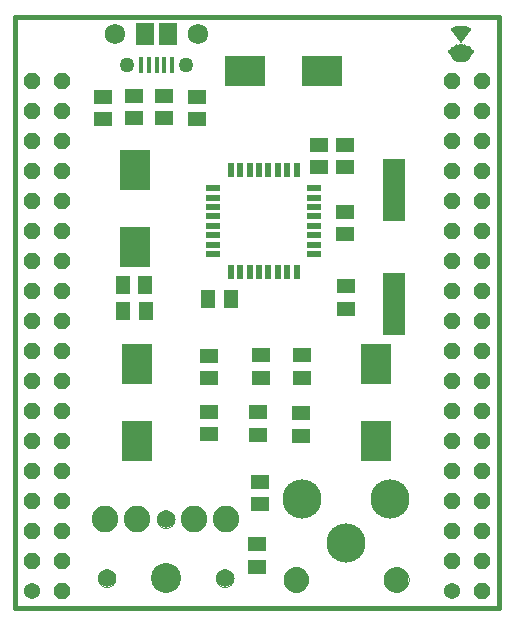
<source format=gts>
G75*
%MOIN*%
%OFA0B0*%
%FSLAX24Y24*%
%IPPOS*%
%LPD*%
%AMOC8*
5,1,8,0,0,1.08239X$1,22.5*
%
%ADD10C,0.0160*%
%ADD11C,0.0540*%
%ADD12OC8,0.0540*%
%ADD13R,0.0312X0.0004*%
%ADD14R,0.0344X0.0004*%
%ADD15R,0.0368X0.0004*%
%ADD16R,0.0392X0.0004*%
%ADD17R,0.0408X0.0004*%
%ADD18R,0.0424X0.0004*%
%ADD19R,0.0432X0.0004*%
%ADD20R,0.0448X0.0004*%
%ADD21R,0.0456X0.0004*%
%ADD22R,0.0472X0.0004*%
%ADD23R,0.0480X0.0004*%
%ADD24R,0.0488X0.0004*%
%ADD25R,0.0496X0.0004*%
%ADD26R,0.0504X0.0004*%
%ADD27R,0.0512X0.0004*%
%ADD28R,0.0520X0.0004*%
%ADD29R,0.0528X0.0004*%
%ADD30R,0.0536X0.0004*%
%ADD31R,0.0536X0.0004*%
%ADD32R,0.0544X0.0004*%
%ADD33R,0.0552X0.0004*%
%ADD34R,0.0560X0.0004*%
%ADD35R,0.0560X0.0004*%
%ADD36R,0.0568X0.0004*%
%ADD37R,0.0576X0.0004*%
%ADD38R,0.0584X0.0004*%
%ADD39R,0.0592X0.0004*%
%ADD40R,0.0592X0.0004*%
%ADD41R,0.0600X0.0004*%
%ADD42R,0.0608X0.0004*%
%ADD43R,0.0608X0.0004*%
%ADD44R,0.0616X0.0004*%
%ADD45R,0.0624X0.0004*%
%ADD46R,0.0632X0.0004*%
%ADD47R,0.0632X0.0004*%
%ADD48R,0.0640X0.0004*%
%ADD49R,0.0648X0.0004*%
%ADD50R,0.0648X0.0004*%
%ADD51R,0.0656X0.0004*%
%ADD52R,0.0664X0.0004*%
%ADD53R,0.0664X0.0004*%
%ADD54R,0.0672X0.0004*%
%ADD55R,0.0680X0.0004*%
%ADD56R,0.0680X0.0004*%
%ADD57R,0.0688X0.0004*%
%ADD58R,0.0696X0.0004*%
%ADD59R,0.0700X0.0004*%
%ADD60R,0.0708X0.0004*%
%ADD61R,0.0716X0.0004*%
%ADD62R,0.0720X0.0004*%
%ADD63R,0.0720X0.0004*%
%ADD64R,0.0724X0.0004*%
%ADD65R,0.0808X0.0004*%
%ADD66R,0.0824X0.0004*%
%ADD67R,0.0832X0.0004*%
%ADD68R,0.0840X0.0004*%
%ADD69R,0.0848X0.0004*%
%ADD70R,0.0856X0.0004*%
%ADD71R,0.0860X0.0004*%
%ADD72R,0.0864X0.0004*%
%ADD73R,0.0864X0.0004*%
%ADD74R,0.0868X0.0004*%
%ADD75R,0.0872X0.0004*%
%ADD76R,0.0872X0.0004*%
%ADD77R,0.0860X0.0004*%
%ADD78R,0.0832X0.0004*%
%ADD79R,0.0824X0.0004*%
%ADD80R,0.0708X0.0004*%
%ADD81R,0.0712X0.0004*%
%ADD82R,0.0712X0.0004*%
%ADD83R,0.0700X0.0004*%
%ADD84R,0.0696X0.0004*%
%ADD85R,0.0692X0.0004*%
%ADD86R,0.0668X0.0004*%
%ADD87R,0.0660X0.0004*%
%ADD88R,0.0452X0.0004*%
%ADD89R,0.0188X0.0004*%
%ADD90R,0.0448X0.0004*%
%ADD91R,0.0440X0.0004*%
%ADD92R,0.0184X0.0004*%
%ADD93R,0.0432X0.0004*%
%ADD94R,0.0184X0.0004*%
%ADD95R,0.0424X0.0004*%
%ADD96R,0.0412X0.0004*%
%ADD97R,0.0128X0.0004*%
%ADD98R,0.0044X0.0004*%
%ADD99R,0.0400X0.0004*%
%ADD100R,0.0008X0.0004*%
%ADD101R,0.0388X0.0004*%
%ADD102R,0.0132X0.0004*%
%ADD103R,0.0360X0.0004*%
%ADD104R,0.0136X0.0004*%
%ADD105R,0.0340X0.0004*%
%ADD106R,0.0140X0.0004*%
%ADD107R,0.0328X0.0004*%
%ADD108R,0.0144X0.0004*%
%ADD109R,0.0324X0.0004*%
%ADD110R,0.0148X0.0004*%
%ADD111R,0.0320X0.0004*%
%ADD112R,0.0156X0.0004*%
%ADD113R,0.0316X0.0004*%
%ADD114R,0.0176X0.0004*%
%ADD115R,0.0080X0.0004*%
%ADD116R,0.0052X0.0004*%
%ADD117R,0.0380X0.0004*%
%ADD118R,0.0372X0.0004*%
%ADD119R,0.0356X0.0004*%
%ADD120R,0.0004X0.0004*%
%ADD121R,0.0308X0.0004*%
%ADD122R,0.0060X0.0004*%
%ADD123R,0.0240X0.0004*%
%ADD124R,0.0232X0.0004*%
%ADD125R,0.0044X0.0004*%
%ADD126R,0.0164X0.0004*%
%ADD127R,0.0056X0.0004*%
%ADD128R,0.0036X0.0004*%
%ADD129R,0.0156X0.0004*%
%ADD130R,0.0048X0.0004*%
%ADD131R,0.0024X0.0004*%
%ADD132R,0.0036X0.0004*%
%ADD133R,0.0016X0.0004*%
%ADD134R,0.0028X0.0004*%
%ADD135R,0.0012X0.0004*%
%ADD136R,0.0124X0.0004*%
%ADD137R,0.0108X0.0004*%
%ADD138R,0.0008X0.0004*%
%ADD139R,0.0092X0.0004*%
%ADD140R,0.0068X0.0004*%
%ADD141R,0.0008X0.0004*%
%ADD142R,0.0016X0.0004*%
%ADD143R,0.0024X0.0004*%
%ADD144R,0.0032X0.0004*%
%ADD145R,0.0032X0.0004*%
%ADD146R,0.0040X0.0004*%
%ADD147R,0.0056X0.0004*%
%ADD148R,0.0064X0.0004*%
%ADD149R,0.0072X0.0004*%
%ADD150R,0.0088X0.0004*%
%ADD151R,0.0096X0.0004*%
%ADD152R,0.0104X0.0004*%
%ADD153R,0.0112X0.0004*%
%ADD154R,0.0120X0.0004*%
%ADD155R,0.0124X0.0004*%
%ADD156R,0.0128X0.0004*%
%ADD157R,0.0144X0.0004*%
%ADD158R,0.0152X0.0004*%
%ADD159R,0.0152X0.0004*%
%ADD160R,0.0160X0.0004*%
%ADD161R,0.0168X0.0004*%
%ADD162R,0.0176X0.0004*%
%ADD163R,0.0184X0.0004*%
%ADD164R,0.0192X0.0004*%
%ADD165R,0.0200X0.0004*%
%ADD166R,0.0208X0.0004*%
%ADD167R,0.0216X0.0004*%
%ADD168R,0.0216X0.0004*%
%ADD169R,0.0224X0.0004*%
%ADD170R,0.0232X0.0004*%
%ADD171R,0.0240X0.0004*%
%ADD172R,0.0248X0.0004*%
%ADD173R,0.0256X0.0004*%
%ADD174R,0.0264X0.0004*%
%ADD175R,0.0272X0.0004*%
%ADD176R,0.0280X0.0004*%
%ADD177R,0.0288X0.0004*%
%ADD178R,0.0296X0.0004*%
%ADD179R,0.0304X0.0004*%
%ADD180R,0.0320X0.0004*%
%ADD181R,0.0328X0.0004*%
%ADD182R,0.0336X0.0004*%
%ADD183R,0.0336X0.0004*%
%ADD184R,0.0200X0.0004*%
%ADD185R,0.0128X0.0004*%
%ADD186R,0.0204X0.0004*%
%ADD187R,0.0216X0.0004*%
%ADD188R,0.0228X0.0004*%
%ADD189R,0.0416X0.0004*%
%ADD190R,0.0424X0.0004*%
%ADD191R,0.0428X0.0004*%
%ADD192R,0.0304X0.0004*%
%ADD193R,0.0180X0.0004*%
%ADD194R,0.0112X0.0004*%
%ADD195R,0.0176X0.0004*%
%ADD196R,0.0112X0.0004*%
%ADD197R,0.0132X0.0004*%
%ADD198R,0.0116X0.0004*%
%ADD199R,0.0332X0.0004*%
%ADD200R,0.0336X0.0004*%
%ADD201R,0.0480X0.0004*%
%ADD202R,0.0496X0.0004*%
%ADD203R,0.0512X0.0004*%
%ADD204R,0.0544X0.0004*%
%ADD205R,0.0208X0.0004*%
%ADD206R,0.0356X0.0004*%
%ADD207R,0.0208X0.0004*%
%ADD208R,0.0364X0.0004*%
%ADD209R,0.0212X0.0004*%
%ADD210R,0.0368X0.0004*%
%ADD211R,0.0220X0.0004*%
%ADD212R,0.0600X0.0004*%
%ADD213R,0.0356X0.0004*%
%ADD214R,0.0228X0.0004*%
%ADD215R,0.0236X0.0004*%
%ADD216R,0.0360X0.0004*%
%ADD217R,0.0368X0.0004*%
%ADD218R,0.0244X0.0004*%
%ADD219R,0.0252X0.0004*%
%ADD220R,0.0376X0.0004*%
%ADD221R,0.0672X0.0004*%
%ADD222R,0.0624X0.0004*%
%ADD223R,0.0596X0.0004*%
%ADD224R,0.0552X0.0004*%
%ADD225R,0.0456X0.0004*%
%ADD226R,0.0384X0.0004*%
%ADD227R,0.0352X0.0004*%
%ADD228R,0.0188X0.0004*%
%ADD229R,0.0108X0.0004*%
%ADD230R,0.0220X0.0500*%
%ADD231R,0.0500X0.0220*%
%ADD232C,0.1000*%
%ADD233C,0.0886*%
%ADD234C,0.0000*%
%ADD235C,0.0591*%
%ADD236C,0.1306*%
%ADD237C,0.0827*%
%ADD238R,0.0157X0.0531*%
%ADD239R,0.0591X0.0748*%
%ADD240C,0.0679*%
%ADD241C,0.0502*%
%ADD242R,0.0630X0.0512*%
%ADD243R,0.0591X0.0512*%
%ADD244R,0.0512X0.0591*%
%ADD245R,0.0984X0.1378*%
%ADD246R,0.1378X0.0984*%
%ADD247R,0.0760X0.2100*%
D10*
X003629Y003256D02*
X019770Y003256D01*
X019770Y022941D01*
X003629Y022941D01*
X003629Y003256D01*
D11*
X004199Y003811D03*
X018199Y003811D03*
D12*
X018199Y004811D03*
X018199Y005811D03*
X018199Y006811D03*
X018199Y007811D03*
X018199Y008811D03*
X018199Y009811D03*
X018199Y010811D03*
X018199Y011811D03*
X018199Y012811D03*
X018199Y013811D03*
X018199Y014811D03*
X018199Y015811D03*
X018199Y016811D03*
X018199Y017811D03*
X018199Y018811D03*
X018199Y019811D03*
X018199Y020811D03*
X019199Y020811D03*
X019199Y019811D03*
X019199Y018811D03*
X019199Y017811D03*
X019199Y016811D03*
X019199Y015811D03*
X019199Y014811D03*
X019199Y013811D03*
X019199Y012811D03*
X019199Y011811D03*
X019199Y010811D03*
X019199Y009811D03*
X019199Y008811D03*
X019199Y007811D03*
X019199Y006811D03*
X019199Y005811D03*
X019199Y004811D03*
X019199Y003811D03*
X005199Y003811D03*
X005199Y004811D03*
X005199Y005811D03*
X005199Y006811D03*
X005199Y007811D03*
X005199Y008811D03*
X005199Y009811D03*
X005199Y010811D03*
X005199Y011811D03*
X005199Y012811D03*
X005199Y013811D03*
X005199Y014811D03*
X005199Y015811D03*
X005199Y016811D03*
X005199Y017811D03*
X005199Y018811D03*
X005199Y019811D03*
X005199Y020811D03*
X004199Y020811D03*
X004199Y019811D03*
X004199Y018811D03*
X004199Y017811D03*
X004199Y016811D03*
X004199Y015811D03*
X004199Y014811D03*
X004199Y013811D03*
X004199Y012811D03*
X004199Y011811D03*
X004199Y010811D03*
X004199Y009811D03*
X004199Y008811D03*
X004199Y007811D03*
X004199Y006811D03*
X004199Y005811D03*
X004199Y004811D03*
D13*
X018509Y021458D03*
X018513Y021970D03*
X018509Y022270D03*
X018509Y022274D03*
D14*
X018509Y021462D03*
D15*
X018509Y021466D03*
D16*
X018509Y021470D03*
X018485Y021954D03*
D17*
X018509Y022334D03*
X018509Y022338D03*
X018509Y022594D03*
X018509Y021474D03*
D18*
X018509Y021478D03*
D19*
X018509Y021482D03*
X018509Y022354D03*
X018509Y022590D03*
D20*
X018509Y021486D03*
D21*
X018509Y021490D03*
D22*
X018509Y021494D03*
D23*
X018509Y021498D03*
X018509Y022582D03*
D24*
X018509Y022390D03*
X018509Y021502D03*
D25*
X018509Y021506D03*
D26*
X018509Y021510D03*
X018509Y022402D03*
D27*
X018509Y022574D03*
X018509Y021514D03*
D28*
X018509Y021518D03*
X018509Y022410D03*
X018509Y022414D03*
D29*
X018509Y022418D03*
X018509Y021522D03*
D30*
X018509Y021526D03*
D31*
X018509Y021530D03*
X018509Y022422D03*
X018509Y022570D03*
D32*
X018509Y022430D03*
X018509Y021534D03*
D33*
X018509Y021538D03*
X018509Y022434D03*
D34*
X018509Y022438D03*
X018509Y021542D03*
D35*
X018509Y021546D03*
D36*
X018509Y021550D03*
X018509Y022442D03*
X018509Y022562D03*
D37*
X018509Y021558D03*
X018509Y021554D03*
D38*
X018509Y021562D03*
X018509Y022558D03*
D39*
X018509Y021566D03*
D40*
X018509Y021570D03*
D41*
X018509Y021574D03*
X018509Y021578D03*
D42*
X018509Y021582D03*
X018509Y022550D03*
D43*
X018509Y021586D03*
D44*
X018509Y021590D03*
X018509Y021594D03*
D45*
X018509Y021598D03*
X018509Y021602D03*
D46*
X018509Y021606D03*
D47*
X018509Y021610D03*
X018509Y022542D03*
D48*
X018509Y021618D03*
X018509Y021614D03*
D49*
X018509Y021622D03*
X018509Y021630D03*
X018509Y022538D03*
D50*
X018509Y021626D03*
D51*
X018509Y021634D03*
X018509Y021638D03*
X018509Y022502D03*
X018509Y022534D03*
D52*
X018509Y022530D03*
X018509Y022510D03*
X018509Y021642D03*
D53*
X018509Y021646D03*
X018509Y022506D03*
D54*
X018509Y022514D03*
X018513Y021882D03*
X018509Y021658D03*
X018509Y021654D03*
X018509Y021650D03*
D55*
X018509Y021662D03*
X018509Y021878D03*
X018509Y022518D03*
X018509Y022522D03*
D56*
X018509Y021666D03*
D57*
X018509Y021670D03*
X018509Y021674D03*
X018509Y021874D03*
D58*
X018509Y021682D03*
X018509Y021678D03*
D59*
X018511Y021686D03*
D60*
X018511Y021690D03*
X018511Y021694D03*
D61*
X018511Y021698D03*
X018511Y021702D03*
D62*
X018509Y021706D03*
D63*
X018509Y021710D03*
D64*
X018507Y021714D03*
D65*
X018509Y021718D03*
X018509Y021810D03*
D66*
X018509Y021722D03*
D67*
X018509Y021726D03*
D68*
X018509Y021730D03*
X018509Y021798D03*
D69*
X018509Y021794D03*
X018509Y021734D03*
D70*
X018509Y021738D03*
X018509Y021790D03*
D71*
X018507Y021742D03*
D72*
X018509Y021746D03*
D73*
X018509Y021750D03*
X018509Y021778D03*
X018509Y021782D03*
D74*
X018507Y021774D03*
X018507Y021758D03*
X018507Y021754D03*
D75*
X018509Y021762D03*
X018509Y021770D03*
D76*
X018509Y021766D03*
D77*
X018507Y021786D03*
D78*
X018509Y021802D03*
D79*
X018509Y021806D03*
D80*
X018499Y021842D03*
X018503Y021854D03*
D81*
X018501Y021846D03*
D82*
X018501Y021850D03*
D83*
X018503Y021858D03*
X018503Y021862D03*
D84*
X018505Y021866D03*
D85*
X018507Y021870D03*
D86*
X018515Y021886D03*
D87*
X018515Y021890D03*
X018515Y021894D03*
D88*
X018615Y021898D03*
D89*
X018283Y021914D03*
X018279Y021902D03*
X018279Y021898D03*
D90*
X018617Y021902D03*
D91*
X018617Y021906D03*
D92*
X018281Y021906D03*
D93*
X018617Y021910D03*
D94*
X018281Y021910D03*
D95*
X018621Y021914D03*
D96*
X018623Y021918D03*
D97*
X018321Y021922D03*
X018317Y021918D03*
X018401Y022294D03*
X018397Y022298D03*
D98*
X018211Y021918D03*
D99*
X018625Y021922D03*
X018509Y022330D03*
D100*
X018509Y022070D03*
X018193Y021922D03*
D101*
X018627Y021926D03*
D102*
X018327Y021926D03*
X018671Y022366D03*
D103*
X018621Y022454D03*
X018637Y021930D03*
D104*
X018509Y021998D03*
X018509Y022154D03*
X018389Y022314D03*
X018329Y021930D03*
D105*
X018643Y021934D03*
D106*
X018335Y021934D03*
X018387Y022318D03*
D107*
X018577Y022374D03*
X018641Y021938D03*
D108*
X018341Y021938D03*
D109*
X018639Y021942D03*
D110*
X018511Y021994D03*
X018347Y021942D03*
D111*
X018633Y021946D03*
X018509Y022606D03*
D112*
X018391Y022326D03*
X018355Y021946D03*
D113*
X018627Y021950D03*
D114*
X018373Y021950D03*
D115*
X018509Y022114D03*
X018509Y022118D03*
X018737Y021954D03*
D116*
X018735Y021958D03*
X018635Y021982D03*
D117*
X018487Y021958D03*
D118*
X018491Y021962D03*
D119*
X018495Y021966D03*
X018615Y022446D03*
D120*
X018343Y021970D03*
D121*
X018515Y021974D03*
D122*
X018635Y021978D03*
D123*
X018481Y021978D03*
X018509Y022222D03*
X018709Y022490D03*
X018509Y022614D03*
D124*
X018697Y022470D03*
X018701Y022474D03*
X018481Y021982D03*
D125*
X018639Y021986D03*
D126*
X018511Y021986D03*
D127*
X018397Y021986D03*
D128*
X018639Y021990D03*
D129*
X018511Y021990D03*
D130*
X018509Y022094D03*
X018393Y021990D03*
D131*
X018641Y021994D03*
D132*
X018511Y022018D03*
X018391Y021994D03*
D133*
X018385Y022002D03*
X018641Y021998D03*
D134*
X018387Y021998D03*
D135*
X018643Y022002D03*
D136*
X018511Y022002D03*
X018667Y022358D03*
X018335Y022382D03*
D137*
X018511Y022006D03*
D138*
X018381Y022006D03*
D139*
X018511Y022010D03*
D140*
X018511Y022014D03*
D141*
X018509Y022066D03*
D142*
X018509Y022074D03*
D143*
X018509Y022078D03*
D144*
X018509Y022082D03*
D145*
X018509Y022086D03*
D146*
X018509Y022090D03*
D147*
X018509Y022098D03*
X018509Y022102D03*
D148*
X018509Y022106D03*
D149*
X018509Y022110D03*
D150*
X018509Y022122D03*
D151*
X018509Y022126D03*
D152*
X018509Y022130D03*
X018509Y022134D03*
D153*
X018509Y022138D03*
D154*
X018509Y022142D03*
X018333Y022378D03*
D155*
X018511Y022146D03*
D156*
X018509Y022150D03*
X018393Y022302D03*
X018389Y022310D03*
X018669Y022362D03*
D157*
X018509Y022158D03*
X018389Y022322D03*
D158*
X018509Y022162D03*
D159*
X018509Y022166D03*
D160*
X018509Y022170D03*
D161*
X018509Y022174D03*
X018509Y022178D03*
D162*
X018509Y022182D03*
D163*
X018509Y022186D03*
D164*
X018509Y022190D03*
X018509Y022194D03*
D165*
X018509Y022198D03*
X018581Y022294D03*
X018585Y022298D03*
X018589Y022302D03*
D166*
X018593Y022314D03*
X018509Y022202D03*
D167*
X018509Y022206D03*
D168*
X018509Y022210D03*
D169*
X018509Y022214D03*
D170*
X018509Y022218D03*
X018705Y022482D03*
D171*
X018509Y022226D03*
D172*
X018509Y022230D03*
D173*
X018509Y022234D03*
D174*
X018509Y022238D03*
X018509Y022242D03*
D175*
X018509Y022246D03*
D176*
X018509Y022250D03*
X018509Y022610D03*
D177*
X018509Y022258D03*
X018509Y022254D03*
D178*
X018509Y022262D03*
D179*
X018509Y022266D03*
D180*
X018509Y022278D03*
D181*
X018509Y022282D03*
D182*
X018509Y022286D03*
D183*
X018509Y022290D03*
D184*
X018589Y022306D03*
D185*
X018393Y022306D03*
D186*
X018323Y022450D03*
X018591Y022310D03*
D187*
X018593Y022318D03*
X018593Y022322D03*
D188*
X018591Y022326D03*
D189*
X018509Y022342D03*
D190*
X018509Y022346D03*
D191*
X018507Y022350D03*
D192*
X018441Y022358D03*
D193*
X018499Y022362D03*
X018503Y022370D03*
D194*
X018341Y022362D03*
X018337Y022370D03*
D195*
X018501Y022366D03*
D196*
X018337Y022366D03*
D197*
X018671Y022370D03*
D198*
X018335Y022374D03*
D199*
X018579Y022378D03*
D200*
X018577Y022382D03*
D201*
X018509Y022386D03*
D202*
X018509Y022394D03*
X018509Y022398D03*
X018509Y022578D03*
D203*
X018509Y022406D03*
D204*
X018509Y022426D03*
D205*
X018329Y022446D03*
D206*
X018379Y022474D03*
X018379Y022478D03*
X018619Y022450D03*
D207*
X018321Y022454D03*
D208*
X018623Y022458D03*
D209*
X018319Y022458D03*
D210*
X018621Y022462D03*
D211*
X018323Y022462D03*
D212*
X018509Y022466D03*
D213*
X018383Y022470D03*
X018375Y022482D03*
D214*
X018703Y022478D03*
D215*
X018707Y022486D03*
D216*
X018373Y022486D03*
D217*
X018373Y022490D03*
X018373Y022494D03*
D218*
X018707Y022494D03*
D219*
X018707Y022498D03*
D220*
X018373Y022498D03*
D221*
X018509Y022526D03*
D222*
X018509Y022546D03*
D223*
X018507Y022554D03*
D224*
X018509Y022566D03*
D225*
X018509Y022586D03*
D226*
X018509Y022598D03*
D227*
X018509Y022602D03*
D228*
X018511Y022618D03*
D229*
X018507Y022622D03*
D230*
X013036Y017831D03*
X012721Y017831D03*
X012406Y017831D03*
X012091Y017831D03*
X011776Y017831D03*
X011461Y017831D03*
X011146Y017831D03*
X010831Y017831D03*
X010831Y014451D03*
X011146Y014451D03*
X011461Y014451D03*
X011776Y014451D03*
X012091Y014451D03*
X012406Y014451D03*
X012721Y014451D03*
X013036Y014451D03*
D231*
X013624Y015038D03*
X013624Y015353D03*
X013624Y015668D03*
X013624Y015983D03*
X013624Y016298D03*
X013624Y016613D03*
X013624Y016928D03*
X013624Y017243D03*
X010244Y017243D03*
X010244Y016928D03*
X010244Y016613D03*
X010244Y016298D03*
X010244Y015983D03*
X010244Y015668D03*
X010244Y015353D03*
X010244Y015038D03*
D232*
X008663Y004239D03*
D233*
X009608Y006207D03*
X010671Y006207D03*
X007718Y006207D03*
X006655Y006207D03*
D234*
X006399Y004239D02*
X006401Y004273D01*
X006407Y004307D01*
X006417Y004340D01*
X006430Y004371D01*
X006448Y004401D01*
X006468Y004429D01*
X006492Y004454D01*
X006518Y004476D01*
X006546Y004494D01*
X006577Y004510D01*
X006609Y004522D01*
X006643Y004530D01*
X006677Y004534D01*
X006711Y004534D01*
X006745Y004530D01*
X006779Y004522D01*
X006811Y004510D01*
X006841Y004494D01*
X006870Y004476D01*
X006896Y004454D01*
X006920Y004429D01*
X006940Y004401D01*
X006958Y004371D01*
X006971Y004340D01*
X006981Y004307D01*
X006987Y004273D01*
X006989Y004239D01*
X006987Y004205D01*
X006981Y004171D01*
X006971Y004138D01*
X006958Y004107D01*
X006940Y004077D01*
X006920Y004049D01*
X006896Y004024D01*
X006870Y004002D01*
X006842Y003984D01*
X006811Y003968D01*
X006779Y003956D01*
X006745Y003948D01*
X006711Y003944D01*
X006677Y003944D01*
X006643Y003948D01*
X006609Y003956D01*
X006577Y003968D01*
X006546Y003984D01*
X006518Y004002D01*
X006492Y004024D01*
X006468Y004049D01*
X006448Y004077D01*
X006430Y004107D01*
X006417Y004138D01*
X006407Y004171D01*
X006401Y004205D01*
X006399Y004239D01*
X008368Y006207D02*
X008370Y006241D01*
X008376Y006275D01*
X008386Y006308D01*
X008399Y006339D01*
X008417Y006369D01*
X008437Y006397D01*
X008461Y006422D01*
X008487Y006444D01*
X008515Y006462D01*
X008546Y006478D01*
X008578Y006490D01*
X008612Y006498D01*
X008646Y006502D01*
X008680Y006502D01*
X008714Y006498D01*
X008748Y006490D01*
X008780Y006478D01*
X008810Y006462D01*
X008839Y006444D01*
X008865Y006422D01*
X008889Y006397D01*
X008909Y006369D01*
X008927Y006339D01*
X008940Y006308D01*
X008950Y006275D01*
X008956Y006241D01*
X008958Y006207D01*
X008956Y006173D01*
X008950Y006139D01*
X008940Y006106D01*
X008927Y006075D01*
X008909Y006045D01*
X008889Y006017D01*
X008865Y005992D01*
X008839Y005970D01*
X008811Y005952D01*
X008780Y005936D01*
X008748Y005924D01*
X008714Y005916D01*
X008680Y005912D01*
X008646Y005912D01*
X008612Y005916D01*
X008578Y005924D01*
X008546Y005936D01*
X008515Y005952D01*
X008487Y005970D01*
X008461Y005992D01*
X008437Y006017D01*
X008417Y006045D01*
X008399Y006075D01*
X008386Y006106D01*
X008376Y006139D01*
X008370Y006173D01*
X008368Y006207D01*
X010336Y004239D02*
X010338Y004273D01*
X010344Y004307D01*
X010354Y004340D01*
X010367Y004371D01*
X010385Y004401D01*
X010405Y004429D01*
X010429Y004454D01*
X010455Y004476D01*
X010483Y004494D01*
X010514Y004510D01*
X010546Y004522D01*
X010580Y004530D01*
X010614Y004534D01*
X010648Y004534D01*
X010682Y004530D01*
X010716Y004522D01*
X010748Y004510D01*
X010778Y004494D01*
X010807Y004476D01*
X010833Y004454D01*
X010857Y004429D01*
X010877Y004401D01*
X010895Y004371D01*
X010908Y004340D01*
X010918Y004307D01*
X010924Y004273D01*
X010926Y004239D01*
X010924Y004205D01*
X010918Y004171D01*
X010908Y004138D01*
X010895Y004107D01*
X010877Y004077D01*
X010857Y004049D01*
X010833Y004024D01*
X010807Y004002D01*
X010779Y003984D01*
X010748Y003968D01*
X010716Y003956D01*
X010682Y003948D01*
X010648Y003944D01*
X010614Y003944D01*
X010580Y003948D01*
X010546Y003956D01*
X010514Y003968D01*
X010483Y003984D01*
X010455Y004002D01*
X010429Y004024D01*
X010405Y004049D01*
X010385Y004077D01*
X010367Y004107D01*
X010354Y004138D01*
X010344Y004171D01*
X010338Y004205D01*
X010336Y004239D01*
X012592Y004195D02*
X012594Y004235D01*
X012600Y004276D01*
X012610Y004315D01*
X012623Y004353D01*
X012641Y004390D01*
X012662Y004424D01*
X012686Y004457D01*
X012713Y004487D01*
X012743Y004514D01*
X012776Y004538D01*
X012810Y004559D01*
X012847Y004577D01*
X012885Y004590D01*
X012924Y004600D01*
X012965Y004606D01*
X013005Y004608D01*
X013045Y004606D01*
X013086Y004600D01*
X013125Y004590D01*
X013163Y004577D01*
X013200Y004559D01*
X013234Y004538D01*
X013267Y004514D01*
X013297Y004487D01*
X013324Y004457D01*
X013348Y004424D01*
X013369Y004390D01*
X013387Y004353D01*
X013400Y004315D01*
X013410Y004276D01*
X013416Y004235D01*
X013418Y004195D01*
X013416Y004155D01*
X013410Y004114D01*
X013400Y004075D01*
X013387Y004037D01*
X013369Y004000D01*
X013348Y003966D01*
X013324Y003933D01*
X013297Y003903D01*
X013267Y003876D01*
X013234Y003852D01*
X013200Y003831D01*
X013163Y003813D01*
X013125Y003800D01*
X013086Y003790D01*
X013045Y003784D01*
X013005Y003782D01*
X012965Y003784D01*
X012924Y003790D01*
X012885Y003800D01*
X012847Y003813D01*
X012810Y003831D01*
X012776Y003852D01*
X012743Y003876D01*
X012713Y003903D01*
X012686Y003933D01*
X012662Y003966D01*
X012641Y004000D01*
X012623Y004037D01*
X012610Y004075D01*
X012600Y004114D01*
X012594Y004155D01*
X012592Y004195D01*
X015939Y004195D02*
X015941Y004235D01*
X015947Y004276D01*
X015957Y004315D01*
X015970Y004353D01*
X015988Y004390D01*
X016009Y004424D01*
X016033Y004457D01*
X016060Y004487D01*
X016090Y004514D01*
X016123Y004538D01*
X016157Y004559D01*
X016194Y004577D01*
X016232Y004590D01*
X016271Y004600D01*
X016312Y004606D01*
X016352Y004608D01*
X016392Y004606D01*
X016433Y004600D01*
X016472Y004590D01*
X016510Y004577D01*
X016547Y004559D01*
X016581Y004538D01*
X016614Y004514D01*
X016644Y004487D01*
X016671Y004457D01*
X016695Y004424D01*
X016716Y004390D01*
X016734Y004353D01*
X016747Y004315D01*
X016757Y004276D01*
X016763Y004235D01*
X016765Y004195D01*
X016763Y004155D01*
X016757Y004114D01*
X016747Y004075D01*
X016734Y004037D01*
X016716Y004000D01*
X016695Y003966D01*
X016671Y003933D01*
X016644Y003903D01*
X016614Y003876D01*
X016581Y003852D01*
X016547Y003831D01*
X016510Y003813D01*
X016472Y003800D01*
X016433Y003790D01*
X016392Y003784D01*
X016352Y003782D01*
X016312Y003784D01*
X016271Y003790D01*
X016232Y003800D01*
X016194Y003813D01*
X016157Y003831D01*
X016123Y003852D01*
X016090Y003876D01*
X016060Y003903D01*
X016033Y003933D01*
X016009Y003966D01*
X015988Y004000D01*
X015970Y004037D01*
X015957Y004075D01*
X015947Y004114D01*
X015941Y004155D01*
X015939Y004195D01*
D235*
X010631Y004239D03*
X008663Y006207D03*
X006694Y004239D03*
D236*
X013222Y006872D03*
X014679Y005416D03*
X016135Y006872D03*
D237*
X016352Y004195D03*
X013005Y004195D03*
D238*
X008875Y021337D03*
X008619Y021337D03*
X008364Y021337D03*
X008108Y021337D03*
X007852Y021337D03*
D239*
X007970Y022387D03*
X008757Y022391D03*
D240*
X009742Y022391D03*
X006986Y022391D03*
D241*
X007379Y021357D03*
X009348Y021357D03*
D242*
X008594Y020315D03*
X008594Y019567D03*
X007614Y019567D03*
X007614Y020315D03*
X006569Y020290D03*
X006569Y019542D03*
X011844Y011670D03*
X011844Y010922D03*
X011739Y009775D03*
X011739Y009027D03*
X011804Y007460D03*
X011804Y006712D03*
X011724Y005375D03*
X011724Y004627D03*
X013189Y008987D03*
X013189Y009735D03*
X010119Y009795D03*
X010119Y009047D03*
X014649Y015697D03*
X014649Y016445D03*
X013774Y017942D03*
X013774Y018690D03*
D243*
X014649Y018680D03*
X014649Y017932D03*
X014664Y013970D03*
X014664Y013222D03*
X013209Y011665D03*
X013209Y010917D03*
X010119Y010907D03*
X010119Y011655D03*
X009714Y019537D03*
X009714Y020285D03*
D244*
X007978Y014026D03*
X007230Y014026D03*
X007255Y013161D03*
X008003Y013161D03*
X010080Y013541D03*
X010828Y013541D03*
D245*
X007649Y015276D03*
X007649Y017835D03*
X007704Y011365D03*
X007704Y008806D03*
X015669Y008816D03*
X015669Y011375D03*
D246*
X013873Y021141D03*
X011314Y021141D03*
D247*
X016289Y017191D03*
X016289Y013391D03*
M02*

</source>
